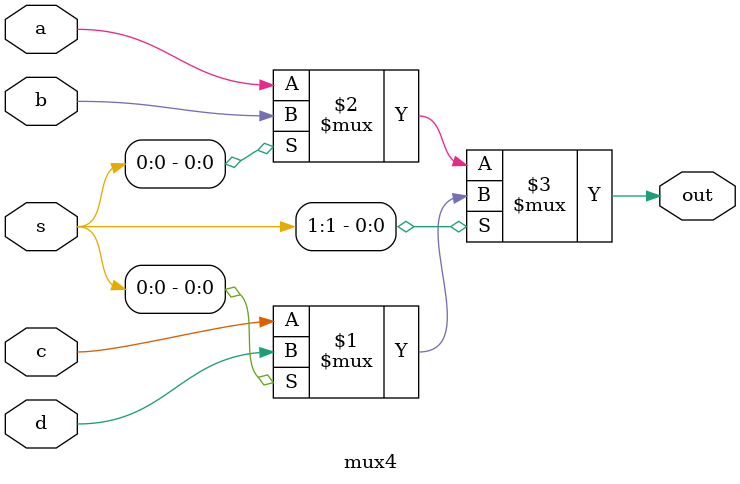
<source format=sv>
module mux4(

    // inputs
    input a, b, c, d,
    input logic [1:0] s,

    // output
    output out

);

assign out = s[1] ? (s[0] ? d : c) : (s[0] ? b : a);

endmodule
</source>
